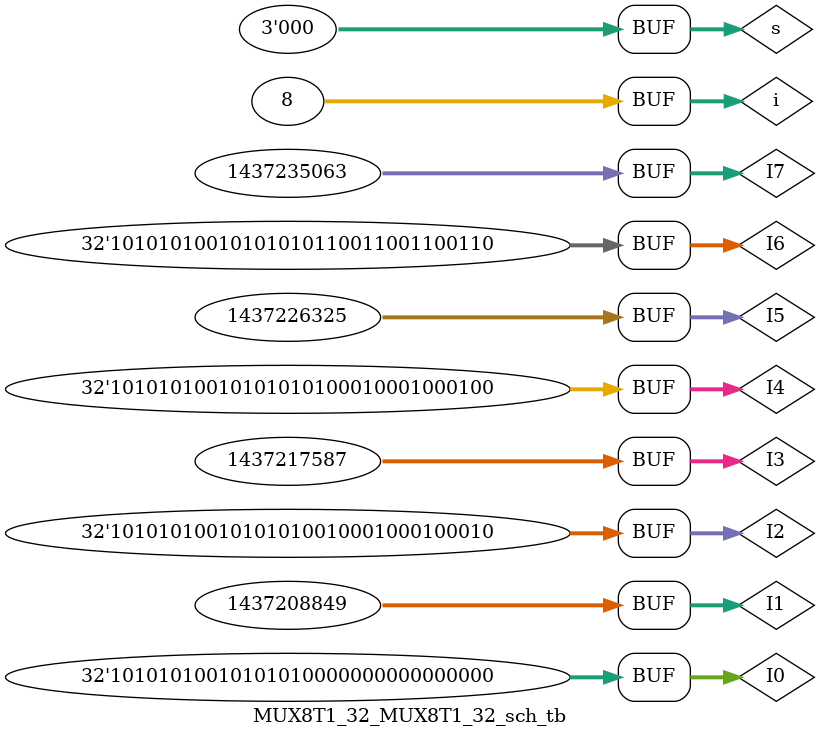
<source format=v>

`timescale 1ns / 1ps

module MUX8T1_32_MUX8T1_32_sch_tb();

// Inputs
   reg [31:0] I0;
   reg [31:0] I1;
   reg [31:0] I2;
   reg [31:0] I3;
   reg [31:0] I4;
   reg [31:0] I5;
   reg [31:0] I6;
   reg [31:0] I7;
   reg [2:0] s;

// Output
   wire [31:0] o;

// Bidirs

// Instantiate the UUT
   MUX8T1_32 UUT (
		.I0(I0), 
		.I1(I1), 
		.I2(I2), 
		.I3(I3), 
		.I4(I4), 
		.I5(I5), 
		.I6(I6), 
		.I7(I7), 
		.s(s), 
		.o(o)
   );
// Initialize Inputs
		integer i;
      initial begin
		I0 = 32'hAA550000;
		I1 = 32'h55AA1111;
		I2 = 32'hAA552222;
		I3 = 32'h55AA3333;
		I4 = 32'hAA554444;
		I5 = 32'h55AA5555;
		I6 = 32'hAA556666;
		I7 = 32'h55AA7777;
		s = 0;
		for(i = 0;i<=7;i=i+1)begin
		#50;
		s = i+1;
		end
		#50;
		s = 0;
		end
endmodule

</source>
